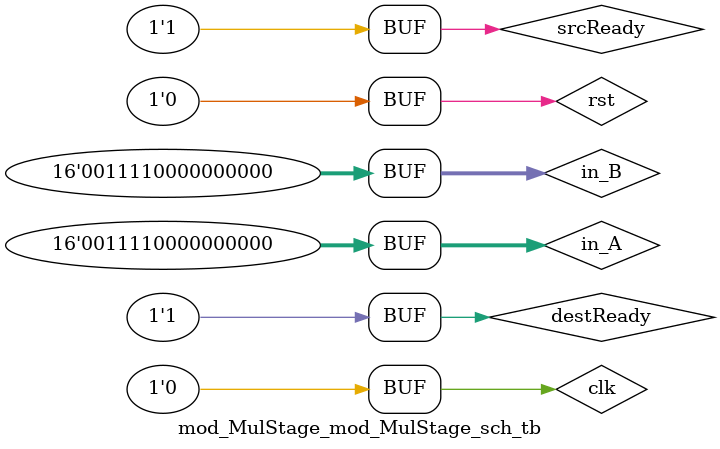
<source format=v>

`timescale 1ns / 1ps

module mod_MulStage_mod_MulStage_sch_tb();

// Inputs
   reg rst;
   reg clk;
   reg srcReady;
   reg [15:0] in_A;
   reg [15:0] in_B;
   reg destReady;

// Output
   wire readyForInput;
   wire outputReady;
   wire [15:0] multiplicationResult;

// Bidirs

// Instantiate the UUT
   mod_MulStage UUT (
		.rst(rst), 
		.clk(clk), 
		.srcReady(srcReady), 
		.readyForInput(readyForInput), 
		.in_A(in_A), 
		.in_B(in_B), 
		.outputReady(outputReady), 
		.destReady(destReady), 
		.multiplicationResult(multiplicationResult)
   );
// Initialize Inputs
  // `ifdef auto_init
       initial begin
		rst = 0;
		clk = 0;
		srcReady = 0;
		in_A = 0;
		in_B = 0;
		destReady = 0;
		
		#100;
		rst = 1;
		#100;
		rst = 0;
		in_A = 16'b0011110000000000;//123.456
      in_B = 16'b0011110000000000;//123.456		
		srcReady = 1;
		#100;
		clk = 1;
		#100;
		clk = 0;
		#100;
		clk = 1;
		#100;
		clk = 0;
		#100;
		clk = 1;
		#100;
		clk = 0;
		#100;
		clk = 1;
		#100;
		clk = 0;
		destReady = 1;
		#100;
		clk = 1;
		#100;
		clk = 0;
		#100;
		clk = 1;
		#100;
		clk = 0;		
		#100;
		clk = 1;
		#100;
		clk = 0;
		#100;
		clk = 1;
		#100;
		clk = 0;
		#100;
		clk = 1;
		#100;
		clk = 0;		
		end
   //`endif
endmodule

</source>
